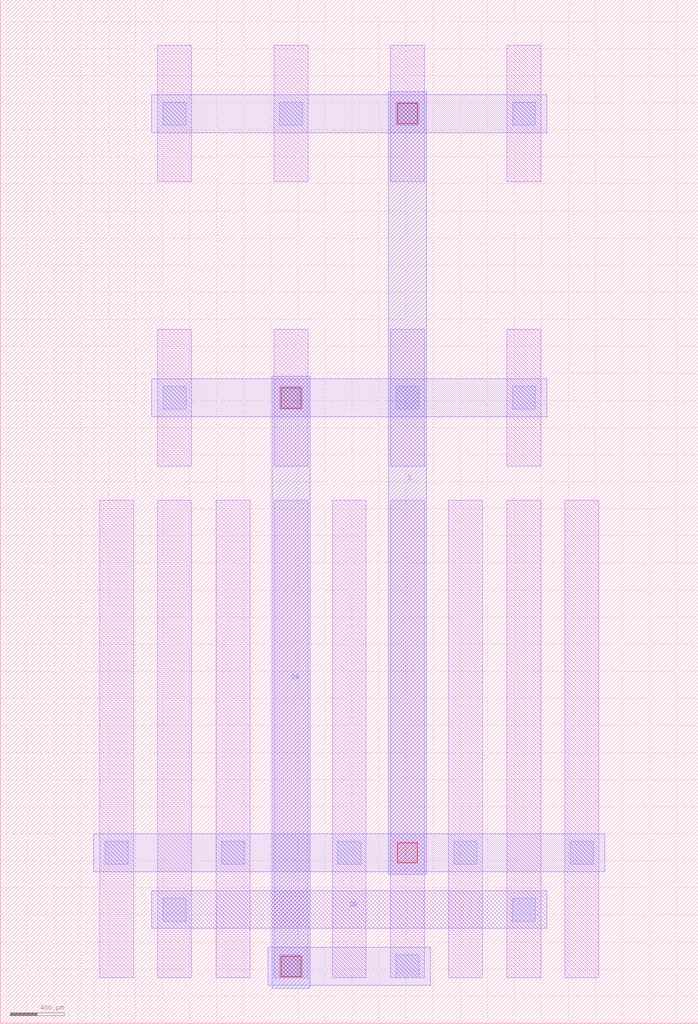
<source format=lef>
MACRO SCM_PMOS_42993348_X2_Y1
  UNITS 
    DATABASE MICRONS UNITS 1000;
  END UNITS 
  ORIGIN 0 0 ;
  FOREIGN SCM_PMOS_42993348_X2_Y1 0 0 ;
  SIZE 5160 BY 7560 ;
  PIN DA
    DIRECTION INOUT ;
    USE SIGNAL ;
    PORT
      LAYER M3 ;
        RECT 2010 260 2290 4780 ;
    END
  END DA
  PIN DB
    DIRECTION INOUT ;
    USE SIGNAL ;
    PORT
      LAYER M2 ;
        RECT 1120 700 4040 980 ;
    END
  END DB
  PIN S
    DIRECTION INOUT ;
    USE SIGNAL ;
    PORT
      LAYER M3 ;
        RECT 2870 1100 3150 6880 ;
    END
  END S
  OBS
    LAYER M1 ;
      RECT 1165 335 1415 3865 ;
    LAYER M1 ;
      RECT 1165 4115 1415 5125 ;
    LAYER M1 ;
      RECT 1165 6215 1415 7225 ;
    LAYER M1 ;
      RECT 735 335 985 3865 ;
    LAYER M1 ;
      RECT 1595 335 1845 3865 ;
    LAYER M1 ;
      RECT 2025 335 2275 3865 ;
    LAYER M1 ;
      RECT 2025 4115 2275 5125 ;
    LAYER M1 ;
      RECT 2025 6215 2275 7225 ;
    LAYER M1 ;
      RECT 2455 335 2705 3865 ;
    LAYER M1 ;
      RECT 2885 335 3135 3865 ;
    LAYER M1 ;
      RECT 2885 4115 3135 5125 ;
    LAYER M1 ;
      RECT 2885 6215 3135 7225 ;
    LAYER M1 ;
      RECT 3315 335 3565 3865 ;
    LAYER M1 ;
      RECT 3745 335 3995 3865 ;
    LAYER M1 ;
      RECT 3745 4115 3995 5125 ;
    LAYER M1 ;
      RECT 3745 6215 3995 7225 ;
    LAYER M1 ;
      RECT 4175 335 4425 3865 ;
    LAYER M2 ;
      RECT 1980 280 3180 560 ;
    LAYER M2 ;
      RECT 1120 4480 4040 4760 ;
    LAYER M2 ;
      RECT 1120 6580 4040 6860 ;
    LAYER M2 ;
      RECT 690 1120 4470 1400 ;
    LAYER V1 ;
      RECT 2925 335 3095 505 ;
    LAYER V1 ;
      RECT 2925 4535 3095 4705 ;
    LAYER V1 ;
      RECT 2925 6635 3095 6805 ;
    LAYER V1 ;
      RECT 2065 335 2235 505 ;
    LAYER V1 ;
      RECT 2065 4535 2235 4705 ;
    LAYER V1 ;
      RECT 2065 6635 2235 6805 ;
    LAYER V1 ;
      RECT 3785 755 3955 925 ;
    LAYER V1 ;
      RECT 3785 4535 3955 4705 ;
    LAYER V1 ;
      RECT 3785 6635 3955 6805 ;
    LAYER V1 ;
      RECT 1205 755 1375 925 ;
    LAYER V1 ;
      RECT 1205 4535 1375 4705 ;
    LAYER V1 ;
      RECT 1205 6635 1375 6805 ;
    LAYER V1 ;
      RECT 775 1175 945 1345 ;
    LAYER V1 ;
      RECT 1635 1175 1805 1345 ;
    LAYER V1 ;
      RECT 2495 1175 2665 1345 ;
    LAYER V1 ;
      RECT 3355 1175 3525 1345 ;
    LAYER V1 ;
      RECT 4215 1175 4385 1345 ;
    LAYER V2 ;
      RECT 2075 345 2225 495 ;
    LAYER V2 ;
      RECT 2075 4545 2225 4695 ;
    LAYER V2 ;
      RECT 2935 1185 3085 1335 ;
    LAYER V2 ;
      RECT 2935 6645 3085 6795 ;
  END
END SCM_PMOS_42993348_X2_Y1

</source>
